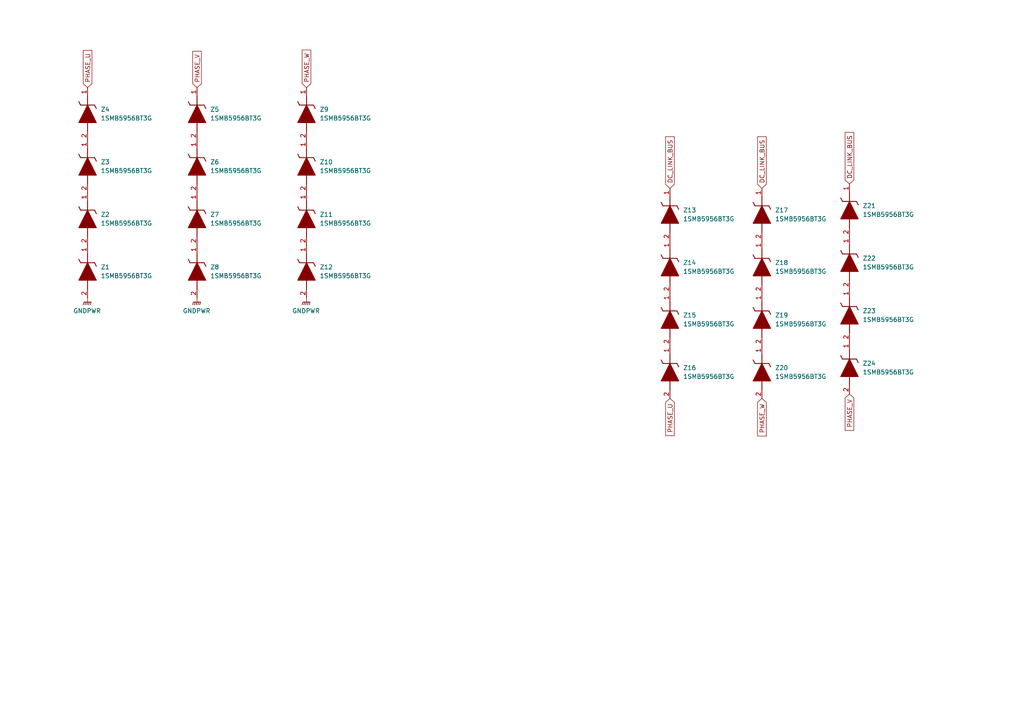
<source format=kicad_sch>
(kicad_sch (version 20250114) (generator "eeschema") (generator_version "9.0")
  (paper "A4")
  (lib_symbols
    (symbol "InverterCom:1SMB5956BT3G" (pin_names (hide yes))
      (property "Reference" "Z" (at 10.16 8.89 0))
      (property "Value" "1SMB5956BT3G" (at 10.16 6.35 0))
      (symbol "1SMB5956BT3G_1_1"
        (polyline (pts (xy 2.54 0) (xy 5.08 0)) (stroke (width 0.254)))
        (polyline (pts (xy 4.064 -2.54) (xy 5.08 -2.032)) (stroke (width 0.254)))
        (polyline (pts (xy 5.08 2.032) (xy 5.08 -2.032)) (stroke (width 0.254)))
        (polyline (pts (xy 5.08 2.032) (xy 6.096 2.54)) (stroke (width 0.254)))
        (polyline (pts (xy 5.08 0) (xy 10.16 2.54) (xy 10.16 -2.54) (xy 5.08 0)) (stroke (width 0.254)) (fill (type outline)))
        (polyline (pts (xy 12.7 0) (xy 10.16 0)) (stroke (width 0.254)))
        (pin passive line (at 0 0 0) (length 2.54) (name "K") (number "1"))
        (pin passive line (at 15.24 0 180) (length 2.54) (name "A") (number "2"))
      )
    )
    (symbol "power:GNDPWR" (power) (pin_numbers (hide yes)) (pin_names (offset 0) (hide yes))
      (property "Value" "GNDPWR" (at 0 -3.302 0))
      (symbol "GNDPWR_0_1"
        (polyline (pts (xy -1.016 -1.27) (xy -1.27 -2.032) (xy -1.27 -2.032)) (stroke (width 0.2032)))
        (polyline (pts (xy -0.508 -1.27) (xy -0.762 -2.032) (xy -0.762 -2.032)) (stroke (width 0.2032)))
        (polyline (pts (xy 0 -1.27) (xy 0 0)))
        (polyline (pts (xy 0 -1.27) (xy -0.254 -2.032) (xy -0.254 -2.032)) (stroke (width 0.2032)))
        (polyline (pts (xy 0.508 -1.27) (xy 0.254 -2.032) (xy 0.254 -2.032)) (stroke (width 0.2032)))
        (polyline (pts (xy 1.016 -1.27) (xy -1.016 -1.27) (xy -1.016 -1.27)) (stroke (width 0.2032)))
        (polyline (pts (xy 1.016 -1.27) (xy 0.762 -2.032) (xy 0.762 -2.032) (xy 0.762 -2.032)) (stroke (width 0.2032)))
      )
      (symbol "GNDPWR_1_1"
        (pin power_in line (at 0 0 270) (length 0) (name "~") (number "1"))
      )
    )
  )
  (global_label "PHASE_U" (shape input) (at 25.4 25.4 90) (property "Intersheetrefs" "${INTERSHEET_REFS}" (effects (hide yes))))
  (global_label "PHASE_W" (shape input) (at 220.98 115.57 270) (property "Intersheetrefs" "${INTERSHEET_REFS}" (effects (hide yes))))
  (global_label "PHASE_V" (shape input) (at 57.15 25.4 90) (property "Intersheetrefs" "${INTERSHEET_REFS}" (effects (hide yes))))
  (global_label "PHASE_U" (shape input) (at 194.31 115.57 270) (property "Intersheetrefs" "${INTERSHEET_REFS}" (effects (hide yes))))
  (global_label "DC_LINK_BUS" (shape input) (at 246.38 53.34 90) (property "Intersheetrefs" "${INTERSHEET_REFS}" (effects (hide yes))))
  (global_label "PHASE_V" (shape input) (at 246.38 114.3 270) (property "Intersheetrefs" "${INTERSHEET_REFS}" (effects (hide yes))))
  (global_label "DC_LINK_BUS" (shape input) (at 220.98 54.61 90) (property "Intersheetrefs" "${INTERSHEET_REFS}" (effects (hide yes))))
  (global_label "PHASE_W" (shape input) (at 88.9 25.4 90) (property "Intersheetrefs" "${INTERSHEET_REFS}" (effects (hide yes))))
  (global_label "DC_LINK_BUS" (shape input) (at 194.31 54.61 90) (property "Intersheetrefs" "${INTERSHEET_REFS}" (effects (hide yes))))
  (symbol (lib_id "InverterCom:1SMB5956BT3G") (at 194.31 69.85 270) (unit 1)
    (property "Reference" "Z14" (at 198.12 76.1999 90) (effects (justify left)))
    (property "Value" "1SMB5956BT3G" (at 198.12 78.7399 90) (effects (justify left)))
    (property "Footprint" "InverterCom:DIOM5436X247N" (effects (hide yes)))
    (property "Datasheet" "https://www.onsemi.com/pub/Collateral/1SMB5913BT3-D.PDF" (effects (hide yes)))
    (property "Description" "Zener Voltage Range - 3.3 V to 200 V; ESD Rating of Class 3 (>16 KV) per Human Body Model; Flat Handling Surface for Accurate Placement; Package Design for Top Side or Bottom Circuit Board Mounting Mechanical Characteristics:; CASE: Void-free, transfer-molded plastic; FINISH: All external surfaces are corrosion resistant with readily solderable leads; MAXIMUM CASE TEMPERATURE FOR SOLDERING PURPOSES: 260C for 10 seconds; LEADS: Modified L-Bend providing more contact area to bond pads; POLARITY: Cathode indi" (effects (hide yes)))
    (property "Height" "2.47" (effects (hide yes)))
    (property "Mouser Part Number" "863-1SMB5956BT3G" (effects (hide yes)))
    (property "Mouser Price/Stock" "https://www.mouser.co.uk/ProductDetail/onsemi/1SMB5956BT3G?qs=vLkC5FC1VN8ys0xTgSgReQ%3D%3D" (effects (hide yes)))
    (property "Manufacturer_Name" "onsemi" (effects (hide yes)))
    (property "Manufacturer_Part_Number" "1SMB5956BT3G" (effects (hide yes)))
  )
  (symbol (lib_id "InverterCom:1SMB5956BT3G") (at 25.4 71.12 270) (unit 1)
    (property "Reference" "Z1" (at 29.21 77.4699 90) (effects (justify left)))
    (property "Value" "1SMB5956BT3G" (at 29.21 80.0099 90) (effects (justify left)))
    (property "Footprint" "InverterCom:DIOM5436X247N" (effects (hide yes)))
    (property "Datasheet" "https://www.onsemi.com/pub/Collateral/1SMB5913BT3-D.PDF" (effects (hide yes)))
    (property "Description" "Zener Voltage Range - 3.3 V to 200 V; ESD Rating of Class 3 (>16 KV) per Human Body Model; Flat Handling Surface for Accurate Placement; Package Design for Top Side or Bottom Circuit Board Mounting Mechanical Characteristics:; CASE: Void-free, transfer-molded plastic; FINISH: All external surfaces are corrosion resistant with readily solderable leads; MAXIMUM CASE TEMPERATURE FOR SOLDERING PURPOSES: 260C for 10 seconds; LEADS: Modified L-Bend providing more contact area to bond pads; POLARITY: Cathode indi" (effects (hide yes)))
    (property "Height" "2.47" (effects (hide yes)))
    (property "Mouser Part Number" "863-1SMB5956BT3G" (effects (hide yes)))
    (property "Mouser Price/Stock" "https://www.mouser.co.uk/ProductDetail/onsemi/1SMB5956BT3G?qs=vLkC5FC1VN8ys0xTgSgReQ%3D%3D" (effects (hide yes)))
    (property "Manufacturer_Name" "onsemi" (effects (hide yes)))
    (property "Manufacturer_Part_Number" "1SMB5956BT3G" (effects (hide yes)))
  )
  (symbol (lib_id "InverterCom:1SMB5956BT3G") (at 25.4 40.64 270) (unit 1)
    (property "Reference" "Z3" (at 29.21 46.9899 90) (effects (justify left)))
    (property "Value" "1SMB5956BT3G" (at 29.21 49.5299 90) (effects (justify left)))
    (property "Footprint" "InverterCom:DIOM5436X247N" (effects (hide yes)))
    (property "Datasheet" "https://www.onsemi.com/pub/Collateral/1SMB5913BT3-D.PDF" (effects (hide yes)))
    (property "Description" "Zener Voltage Range - 3.3 V to 200 V; ESD Rating of Class 3 (>16 KV) per Human Body Model; Flat Handling Surface for Accurate Placement; Package Design for Top Side or Bottom Circuit Board Mounting Mechanical Characteristics:; CASE: Void-free, transfer-molded plastic; FINISH: All external surfaces are corrosion resistant with readily solderable leads; MAXIMUM CASE TEMPERATURE FOR SOLDERING PURPOSES: 260C for 10 seconds; LEADS: Modified L-Bend providing more contact area to bond pads; POLARITY: Cathode indi" (effects (hide yes)))
    (property "Height" "2.47" (effects (hide yes)))
    (property "Mouser Part Number" "863-1SMB5956BT3G" (effects (hide yes)))
    (property "Mouser Price/Stock" "https://www.mouser.co.uk/ProductDetail/onsemi/1SMB5956BT3G?qs=vLkC5FC1VN8ys0xTgSgReQ%3D%3D" (effects (hide yes)))
    (property "Manufacturer_Name" "onsemi" (effects (hide yes)))
    (property "Manufacturer_Part_Number" "1SMB5956BT3G" (effects (hide yes)))
  )
  (symbol (lib_id "InverterCom:1SMB5956BT3G") (at 220.98 54.61 270) (unit 1)
    (property "Reference" "Z17" (at 224.79 60.9599 90) (effects (justify left)))
    (property "Value" "1SMB5956BT3G" (at 224.79 63.4999 90) (effects (justify left)))
    (property "Footprint" "InverterCom:DIOM5436X247N" (effects (hide yes)))
    (property "Datasheet" "https://www.onsemi.com/pub/Collateral/1SMB5913BT3-D.PDF" (effects (hide yes)))
    (property "Description" "Zener Voltage Range - 3.3 V to 200 V; ESD Rating of Class 3 (>16 KV) per Human Body Model; Flat Handling Surface for Accurate Placement; Package Design for Top Side or Bottom Circuit Board Mounting Mechanical Characteristics:; CASE: Void-free, transfer-molded plastic; FINISH: All external surfaces are corrosion resistant with readily solderable leads; MAXIMUM CASE TEMPERATURE FOR SOLDERING PURPOSES: 260C for 10 seconds; LEADS: Modified L-Bend providing more contact area to bond pads; POLARITY: Cathode indi" (effects (hide yes)))
    (property "Height" "2.47" (effects (hide yes)))
    (property "Mouser Part Number" "863-1SMB5956BT3G" (effects (hide yes)))
    (property "Mouser Price/Stock" "https://www.mouser.co.uk/ProductDetail/onsemi/1SMB5956BT3G?qs=vLkC5FC1VN8ys0xTgSgReQ%3D%3D" (effects (hide yes)))
    (property "Manufacturer_Name" "onsemi" (effects (hide yes)))
    (property "Manufacturer_Part_Number" "1SMB5956BT3G" (effects (hide yes)))
  )
  (symbol (lib_id "InverterCom:1SMB5956BT3G") (at 88.9 25.4 270) (unit 1)
    (property "Reference" "Z9" (at 92.71 31.7499 90) (effects (justify left)))
    (property "Value" "1SMB5956BT3G" (at 92.71 34.2899 90) (effects (justify left)))
    (property "Footprint" "InverterCom:DIOM5436X247N" (effects (hide yes)))
    (property "Datasheet" "https://www.onsemi.com/pub/Collateral/1SMB5913BT3-D.PDF" (effects (hide yes)))
    (property "Description" "Zener Voltage Range - 3.3 V to 200 V; ESD Rating of Class 3 (>16 KV) per Human Body Model; Flat Handling Surface for Accurate Placement; Package Design for Top Side or Bottom Circuit Board Mounting Mechanical Characteristics:; CASE: Void-free, transfer-molded plastic; FINISH: All external surfaces are corrosion resistant with readily solderable leads; MAXIMUM CASE TEMPERATURE FOR SOLDERING PURPOSES: 260C for 10 seconds; LEADS: Modified L-Bend providing more contact area to bond pads; POLARITY: Cathode indi" (effects (hide yes)))
    (property "Height" "2.47" (effects (hide yes)))
    (property "Mouser Part Number" "863-1SMB5956BT3G" (effects (hide yes)))
    (property "Mouser Price/Stock" "https://www.mouser.co.uk/ProductDetail/onsemi/1SMB5956BT3G?qs=vLkC5FC1VN8ys0xTgSgReQ%3D%3D" (effects (hide yes)))
    (property "Manufacturer_Name" "onsemi" (effects (hide yes)))
    (property "Manufacturer_Part_Number" "1SMB5956BT3G" (effects (hide yes)))
  )
  (symbol (lib_id "InverterCom:1SMB5956BT3G") (at 57.15 40.64 270) (unit 1)
    (property "Reference" "Z6" (at 60.96 46.9899 90) (effects (justify left)))
    (property "Value" "1SMB5956BT3G" (at 60.96 49.5299 90) (effects (justify left)))
    (property "Footprint" "InverterCom:DIOM5436X247N" (effects (hide yes)))
    (property "Datasheet" "https://www.onsemi.com/pub/Collateral/1SMB5913BT3-D.PDF" (effects (hide yes)))
    (property "Description" "Zener Voltage Range - 3.3 V to 200 V; ESD Rating of Class 3 (>16 KV) per Human Body Model; Flat Handling Surface for Accurate Placement; Package Design for Top Side or Bottom Circuit Board Mounting Mechanical Characteristics:; CASE: Void-free, transfer-molded plastic; FINISH: All external surfaces are corrosion resistant with readily solderable leads; MAXIMUM CASE TEMPERATURE FOR SOLDERING PURPOSES: 260C for 10 seconds; LEADS: Modified L-Bend providing more contact area to bond pads; POLARITY: Cathode indi" (effects (hide yes)))
    (property "Height" "2.47" (effects (hide yes)))
    (property "Mouser Part Number" "863-1SMB5956BT3G" (effects (hide yes)))
    (property "Mouser Price/Stock" "https://www.mouser.co.uk/ProductDetail/onsemi/1SMB5956BT3G?qs=vLkC5FC1VN8ys0xTgSgReQ%3D%3D" (effects (hide yes)))
    (property "Manufacturer_Name" "onsemi" (effects (hide yes)))
    (property "Manufacturer_Part_Number" "1SMB5956BT3G" (effects (hide yes)))
  )
  (symbol (lib_id "power:GNDPWR") (at 57.15 86.36 0) (unit 1)
    (property "Reference" "#PWR076" (effects (hide yes)))
    (property "Value" "GNDPWR" (at 57.023 90.17 0))
    (property "Description" "Power symbol creates a global label with name \"GNDPWR\" , global ground" (effects (hide yes)))
  )
  (symbol (lib_id "InverterCom:1SMB5956BT3G") (at 220.98 69.85 270) (unit 1)
    (property "Reference" "Z18" (at 224.79 76.1999 90) (effects (justify left)))
    (property "Value" "1SMB5956BT3G" (at 224.79 78.7399 90) (effects (justify left)))
    (property "Footprint" "InverterCom:DIOM5436X247N" (effects (hide yes)))
    (property "Datasheet" "https://www.onsemi.com/pub/Collateral/1SMB5913BT3-D.PDF" (effects (hide yes)))
    (property "Description" "Zener Voltage Range - 3.3 V to 200 V; ESD Rating of Class 3 (>16 KV) per Human Body Model; Flat Handling Surface for Accurate Placement; Package Design for Top Side or Bottom Circuit Board Mounting Mechanical Characteristics:; CASE: Void-free, transfer-molded plastic; FINISH: All external surfaces are corrosion resistant with readily solderable leads; MAXIMUM CASE TEMPERATURE FOR SOLDERING PURPOSES: 260C for 10 seconds; LEADS: Modified L-Bend providing more contact area to bond pads; POLARITY: Cathode indi" (effects (hide yes)))
    (property "Height" "2.47" (effects (hide yes)))
    (property "Mouser Part Number" "863-1SMB5956BT3G" (effects (hide yes)))
    (property "Mouser Price/Stock" "https://www.mouser.co.uk/ProductDetail/onsemi/1SMB5956BT3G?qs=vLkC5FC1VN8ys0xTgSgReQ%3D%3D" (effects (hide yes)))
    (property "Manufacturer_Name" "onsemi" (effects (hide yes)))
    (property "Manufacturer_Part_Number" "1SMB5956BT3G" (effects (hide yes)))
  )
  (symbol (lib_id "InverterCom:1SMB5956BT3G") (at 25.4 25.4 270) (unit 1)
    (property "Reference" "Z4" (at 29.21 31.7499 90) (effects (justify left)))
    (property "Value" "1SMB5956BT3G" (at 29.21 34.2899 90) (effects (justify left)))
    (property "Footprint" "InverterCom:DIOM5436X247N" (effects (hide yes)))
    (property "Datasheet" "https://www.onsemi.com/pub/Collateral/1SMB5913BT3-D.PDF" (effects (hide yes)))
    (property "Description" "Zener Voltage Range - 3.3 V to 200 V; ESD Rating of Class 3 (>16 KV) per Human Body Model; Flat Handling Surface for Accurate Placement; Package Design for Top Side or Bottom Circuit Board Mounting Mechanical Characteristics:; CASE: Void-free, transfer-molded plastic; FINISH: All external surfaces are corrosion resistant with readily solderable leads; MAXIMUM CASE TEMPERATURE FOR SOLDERING PURPOSES: 260C for 10 seconds; LEADS: Modified L-Bend providing more contact area to bond pads; POLARITY: Cathode indi" (effects (hide yes)))
    (property "Height" "2.47" (effects (hide yes)))
    (property "Mouser Part Number" "863-1SMB5956BT3G" (effects (hide yes)))
    (property "Mouser Price/Stock" "https://www.mouser.co.uk/ProductDetail/onsemi/1SMB5956BT3G?qs=vLkC5FC1VN8ys0xTgSgReQ%3D%3D" (effects (hide yes)))
    (property "Manufacturer_Name" "onsemi" (effects (hide yes)))
    (property "Manufacturer_Part_Number" "1SMB5956BT3G" (effects (hide yes)))
  )
  (symbol (lib_id "InverterCom:1SMB5956BT3G") (at 57.15 55.88 270) (unit 1)
    (property "Reference" "Z7" (at 60.96 62.2299 90) (effects (justify left)))
    (property "Value" "1SMB5956BT3G" (at 60.96 64.7699 90) (effects (justify left)))
    (property "Footprint" "InverterCom:DIOM5436X247N" (effects (hide yes)))
    (property "Datasheet" "https://www.onsemi.com/pub/Collateral/1SMB5913BT3-D.PDF" (effects (hide yes)))
    (property "Description" "Zener Voltage Range - 3.3 V to 200 V; ESD Rating of Class 3 (>16 KV) per Human Body Model; Flat Handling Surface for Accurate Placement; Package Design for Top Side or Bottom Circuit Board Mounting Mechanical Characteristics:; CASE: Void-free, transfer-molded plastic; FINISH: All external surfaces are corrosion resistant with readily solderable leads; MAXIMUM CASE TEMPERATURE FOR SOLDERING PURPOSES: 260C for 10 seconds; LEADS: Modified L-Bend providing more contact area to bond pads; POLARITY: Cathode indi" (effects (hide yes)))
    (property "Height" "2.47" (effects (hide yes)))
    (property "Mouser Part Number" "863-1SMB5956BT3G" (effects (hide yes)))
    (property "Mouser Price/Stock" "https://www.mouser.co.uk/ProductDetail/onsemi/1SMB5956BT3G?qs=vLkC5FC1VN8ys0xTgSgReQ%3D%3D" (effects (hide yes)))
    (property "Manufacturer_Name" "onsemi" (effects (hide yes)))
    (property "Manufacturer_Part_Number" "1SMB5956BT3G" (effects (hide yes)))
  )
  (symbol (lib_id "InverterCom:1SMB5956BT3G") (at 25.4 55.88 270) (unit 1)
    (property "Reference" "Z2" (at 29.21 62.2299 90) (effects (justify left)))
    (property "Value" "1SMB5956BT3G" (at 29.21 64.7699 90) (effects (justify left)))
    (property "Footprint" "InverterCom:DIOM5436X247N" (effects (hide yes)))
    (property "Datasheet" "https://www.onsemi.com/pub/Collateral/1SMB5913BT3-D.PDF" (effects (hide yes)))
    (property "Description" "Zener Voltage Range - 3.3 V to 200 V; ESD Rating of Class 3 (>16 KV) per Human Body Model; Flat Handling Surface for Accurate Placement; Package Design for Top Side or Bottom Circuit Board Mounting Mechanical Characteristics:; CASE: Void-free, transfer-molded plastic; FINISH: All external surfaces are corrosion resistant with readily solderable leads; MAXIMUM CASE TEMPERATURE FOR SOLDERING PURPOSES: 260C for 10 seconds; LEADS: Modified L-Bend providing more contact area to bond pads; POLARITY: Cathode indi" (effects (hide yes)))
    (property "Height" "2.47" (effects (hide yes)))
    (property "Mouser Part Number" "863-1SMB5956BT3G" (effects (hide yes)))
    (property "Mouser Price/Stock" "https://www.mouser.co.uk/ProductDetail/onsemi/1SMB5956BT3G?qs=vLkC5FC1VN8ys0xTgSgReQ%3D%3D" (effects (hide yes)))
    (property "Manufacturer_Name" "onsemi" (effects (hide yes)))
    (property "Manufacturer_Part_Number" "1SMB5956BT3G" (effects (hide yes)))
  )
  (symbol (lib_id "InverterCom:1SMB5956BT3G") (at 88.9 40.64 270) (unit 1)
    (property "Reference" "Z10" (at 92.71 46.9899 90) (effects (justify left)))
    (property "Value" "1SMB5956BT3G" (at 92.71 49.5299 90) (effects (justify left)))
    (property "Footprint" "InverterCom:DIOM5436X247N" (effects (hide yes)))
    (property "Datasheet" "https://www.onsemi.com/pub/Collateral/1SMB5913BT3-D.PDF" (effects (hide yes)))
    (property "Description" "Zener Voltage Range - 3.3 V to 200 V; ESD Rating of Class 3 (>16 KV) per Human Body Model; Flat Handling Surface for Accurate Placement; Package Design for Top Side or Bottom Circuit Board Mounting Mechanical Characteristics:; CASE: Void-free, transfer-molded plastic; FINISH: All external surfaces are corrosion resistant with readily solderable leads; MAXIMUM CASE TEMPERATURE FOR SOLDERING PURPOSES: 260C for 10 seconds; LEADS: Modified L-Bend providing more contact area to bond pads; POLARITY: Cathode indi" (effects (hide yes)))
    (property "Height" "2.47" (effects (hide yes)))
    (property "Mouser Part Number" "863-1SMB5956BT3G" (effects (hide yes)))
    (property "Mouser Price/Stock" "https://www.mouser.co.uk/ProductDetail/onsemi/1SMB5956BT3G?qs=vLkC5FC1VN8ys0xTgSgReQ%3D%3D" (effects (hide yes)))
    (property "Manufacturer_Name" "onsemi" (effects (hide yes)))
    (property "Manufacturer_Part_Number" "1SMB5956BT3G" (effects (hide yes)))
  )
  (symbol (lib_id "InverterCom:1SMB5956BT3G") (at 220.98 85.09 270) (unit 1)
    (property "Reference" "Z19" (at 224.79 91.4399 90) (effects (justify left)))
    (property "Value" "1SMB5956BT3G" (at 224.79 93.9799 90) (effects (justify left)))
    (property "Footprint" "InverterCom:DIOM5436X247N" (effects (hide yes)))
    (property "Datasheet" "https://www.onsemi.com/pub/Collateral/1SMB5913BT3-D.PDF" (effects (hide yes)))
    (property "Description" "Zener Voltage Range - 3.3 V to 200 V; ESD Rating of Class 3 (>16 KV) per Human Body Model; Flat Handling Surface for Accurate Placement; Package Design for Top Side or Bottom Circuit Board Mounting Mechanical Characteristics:; CASE: Void-free, transfer-molded plastic; FINISH: All external surfaces are corrosion resistant with readily solderable leads; MAXIMUM CASE TEMPERATURE FOR SOLDERING PURPOSES: 260C for 10 seconds; LEADS: Modified L-Bend providing more contact area to bond pads; POLARITY: Cathode indi" (effects (hide yes)))
    (property "Height" "2.47" (effects (hide yes)))
    (property "Mouser Part Number" "863-1SMB5956BT3G" (effects (hide yes)))
    (property "Mouser Price/Stock" "https://www.mouser.co.uk/ProductDetail/onsemi/1SMB5956BT3G?qs=vLkC5FC1VN8ys0xTgSgReQ%3D%3D" (effects (hide yes)))
    (property "Manufacturer_Name" "onsemi" (effects (hide yes)))
    (property "Manufacturer_Part_Number" "1SMB5956BT3G" (effects (hide yes)))
  )
  (symbol (lib_id "InverterCom:1SMB5956BT3G") (at 246.38 83.82 270) (unit 1)
    (property "Reference" "Z23" (at 250.19 90.1699 90) (effects (justify left)))
    (property "Value" "1SMB5956BT3G" (at 250.19 92.7099 90) (effects (justify left)))
    (property "Footprint" "InverterCom:DIOM5436X247N" (effects (hide yes)))
    (property "Datasheet" "https://www.onsemi.com/pub/Collateral/1SMB5913BT3-D.PDF" (effects (hide yes)))
    (property "Description" "Zener Voltage Range - 3.3 V to 200 V; ESD Rating of Class 3 (>16 KV) per Human Body Model; Flat Handling Surface for Accurate Placement; Package Design for Top Side or Bottom Circuit Board Mounting Mechanical Characteristics:; CASE: Void-free, transfer-molded plastic; FINISH: All external surfaces are corrosion resistant with readily solderable leads; MAXIMUM CASE TEMPERATURE FOR SOLDERING PURPOSES: 260C for 10 seconds; LEADS: Modified L-Bend providing more contact area to bond pads; POLARITY: Cathode indi" (effects (hide yes)))
    (property "Height" "2.47" (effects (hide yes)))
    (property "Mouser Part Number" "863-1SMB5956BT3G" (effects (hide yes)))
    (property "Mouser Price/Stock" "https://www.mouser.co.uk/ProductDetail/onsemi/1SMB5956BT3G?qs=vLkC5FC1VN8ys0xTgSgReQ%3D%3D" (effects (hide yes)))
    (property "Manufacturer_Name" "onsemi" (effects (hide yes)))
    (property "Manufacturer_Part_Number" "1SMB5956BT3G" (effects (hide yes)))
  )
  (symbol (lib_id "InverterCom:1SMB5956BT3G") (at 57.15 71.12 270) (unit 1)
    (property "Reference" "Z8" (at 60.96 77.4699 90) (effects (justify left)))
    (property "Value" "1SMB5956BT3G" (at 60.96 80.0099 90) (effects (justify left)))
    (property "Footprint" "InverterCom:DIOM5436X247N" (effects (hide yes)))
    (property "Datasheet" "https://www.onsemi.com/pub/Collateral/1SMB5913BT3-D.PDF" (effects (hide yes)))
    (property "Description" "Zener Voltage Range - 3.3 V to 200 V; ESD Rating of Class 3 (>16 KV) per Human Body Model; Flat Handling Surface for Accurate Placement; Package Design for Top Side or Bottom Circuit Board Mounting Mechanical Characteristics:; CASE: Void-free, transfer-molded plastic; FINISH: All external surfaces are corrosion resistant with readily solderable leads; MAXIMUM CASE TEMPERATURE FOR SOLDERING PURPOSES: 260C for 10 seconds; LEADS: Modified L-Bend providing more contact area to bond pads; POLARITY: Cathode indi" (effects (hide yes)))
    (property "Height" "2.47" (effects (hide yes)))
    (property "Mouser Part Number" "863-1SMB5956BT3G" (effects (hide yes)))
    (property "Mouser Price/Stock" "https://www.mouser.co.uk/ProductDetail/onsemi/1SMB5956BT3G?qs=vLkC5FC1VN8ys0xTgSgReQ%3D%3D" (effects (hide yes)))
    (property "Manufacturer_Name" "onsemi" (effects (hide yes)))
    (property "Manufacturer_Part_Number" "1SMB5956BT3G" (effects (hide yes)))
  )
  (symbol (lib_id "power:GNDPWR") (at 25.4 86.36 0) (unit 1)
    (property "Reference" "#PWR075" (effects (hide yes)))
    (property "Value" "GNDPWR" (at 25.273 90.17 0))
    (property "Description" "Power symbol creates a global label with name \"GNDPWR\" , global ground" (effects (hide yes)))
  )
  (symbol (lib_id "InverterCom:1SMB5956BT3G") (at 246.38 99.06 270) (unit 1)
    (property "Reference" "Z24" (at 250.19 105.4099 90) (effects (justify left)))
    (property "Value" "1SMB5956BT3G" (at 250.19 107.9499 90) (effects (justify left)))
    (property "Footprint" "InverterCom:DIOM5436X247N" (effects (hide yes)))
    (property "Datasheet" "https://www.onsemi.com/pub/Collateral/1SMB5913BT3-D.PDF" (effects (hide yes)))
    (property "Description" "Zener Voltage Range - 3.3 V to 200 V; ESD Rating of Class 3 (>16 KV) per Human Body Model; Flat Handling Surface for Accurate Placement; Package Design for Top Side or Bottom Circuit Board Mounting Mechanical Characteristics:; CASE: Void-free, transfer-molded plastic; FINISH: All external surfaces are corrosion resistant with readily solderable leads; MAXIMUM CASE TEMPERATURE FOR SOLDERING PURPOSES: 260C for 10 seconds; LEADS: Modified L-Bend providing more contact area to bond pads; POLARITY: Cathode indi" (effects (hide yes)))
    (property "Height" "2.47" (effects (hide yes)))
    (property "Mouser Part Number" "863-1SMB5956BT3G" (effects (hide yes)))
    (property "Mouser Price/Stock" "https://www.mouser.co.uk/ProductDetail/onsemi/1SMB5956BT3G?qs=vLkC5FC1VN8ys0xTgSgReQ%3D%3D" (effects (hide yes)))
    (property "Manufacturer_Name" "onsemi" (effects (hide yes)))
    (property "Manufacturer_Part_Number" "1SMB5956BT3G" (effects (hide yes)))
  )
  (symbol (lib_id "InverterCom:1SMB5956BT3G") (at 246.38 53.34 270) (unit 1)
    (property "Reference" "Z21" (at 250.19 59.6899 90) (effects (justify left)))
    (property "Value" "1SMB5956BT3G" (at 250.19 62.2299 90) (effects (justify left)))
    (property "Footprint" "InverterCom:DIOM5436X247N" (effects (hide yes)))
    (property "Datasheet" "https://www.onsemi.com/pub/Collateral/1SMB5913BT3-D.PDF" (effects (hide yes)))
    (property "Description" "Zener Voltage Range - 3.3 V to 200 V; ESD Rating of Class 3 (>16 KV) per Human Body Model; Flat Handling Surface for Accurate Placement; Package Design for Top Side or Bottom Circuit Board Mounting Mechanical Characteristics:; CASE: Void-free, transfer-molded plastic; FINISH: All external surfaces are corrosion resistant with readily solderable leads; MAXIMUM CASE TEMPERATURE FOR SOLDERING PURPOSES: 260C for 10 seconds; LEADS: Modified L-Bend providing more contact area to bond pads; POLARITY: Cathode indi" (effects (hide yes)))
    (property "Height" "2.47" (effects (hide yes)))
    (property "Mouser Part Number" "863-1SMB5956BT3G" (effects (hide yes)))
    (property "Mouser Price/Stock" "https://www.mouser.co.uk/ProductDetail/onsemi/1SMB5956BT3G?qs=vLkC5FC1VN8ys0xTgSgReQ%3D%3D" (effects (hide yes)))
    (property "Manufacturer_Name" "onsemi" (effects (hide yes)))
    (property "Manufacturer_Part_Number" "1SMB5956BT3G" (effects (hide yes)))
  )
  (symbol (lib_id "InverterCom:1SMB5956BT3G") (at 220.98 100.33 270) (unit 1)
    (property "Reference" "Z20" (at 224.79 106.6799 90) (effects (justify left)))
    (property "Value" "1SMB5956BT3G" (at 224.79 109.2199 90) (effects (justify left)))
    (property "Footprint" "InverterCom:DIOM5436X247N" (effects (hide yes)))
    (property "Datasheet" "https://www.onsemi.com/pub/Collateral/1SMB5913BT3-D.PDF" (effects (hide yes)))
    (property "Description" "Zener Voltage Range - 3.3 V to 200 V; ESD Rating of Class 3 (>16 KV) per Human Body Model; Flat Handling Surface for Accurate Placement; Package Design for Top Side or Bottom Circuit Board Mounting Mechanical Characteristics:; CASE: Void-free, transfer-molded plastic; FINISH: All external surfaces are corrosion resistant with readily solderable leads; MAXIMUM CASE TEMPERATURE FOR SOLDERING PURPOSES: 260C for 10 seconds; LEADS: Modified L-Bend providing more contact area to bond pads; POLARITY: Cathode indi" (effects (hide yes)))
    (property "Height" "2.47" (effects (hide yes)))
    (property "Mouser Part Number" "863-1SMB5956BT3G" (effects (hide yes)))
    (property "Mouser Price/Stock" "https://www.mouser.co.uk/ProductDetail/onsemi/1SMB5956BT3G?qs=vLkC5FC1VN8ys0xTgSgReQ%3D%3D" (effects (hide yes)))
    (property "Manufacturer_Name" "onsemi" (effects (hide yes)))
    (property "Manufacturer_Part_Number" "1SMB5956BT3G" (effects (hide yes)))
  )
  (symbol (lib_id "InverterCom:1SMB5956BT3G") (at 88.9 71.12 270) (unit 1)
    (property "Reference" "Z12" (at 92.71 77.4699 90) (effects (justify left)))
    (property "Value" "1SMB5956BT3G" (at 92.71 80.0099 90) (effects (justify left)))
    (property "Footprint" "InverterCom:DIOM5436X247N" (effects (hide yes)))
    (property "Datasheet" "https://www.onsemi.com/pub/Collateral/1SMB5913BT3-D.PDF" (effects (hide yes)))
    (property "Description" "Zener Voltage Range - 3.3 V to 200 V; ESD Rating of Class 3 (>16 KV) per Human Body Model; Flat Handling Surface for Accurate Placement; Package Design for Top Side or Bottom Circuit Board Mounting Mechanical Characteristics:; CASE: Void-free, transfer-molded plastic; FINISH: All external surfaces are corrosion resistant with readily solderable leads; MAXIMUM CASE TEMPERATURE FOR SOLDERING PURPOSES: 260C for 10 seconds; LEADS: Modified L-Bend providing more contact area to bond pads; POLARITY: Cathode indi" (effects (hide yes)))
    (property "Height" "2.47" (effects (hide yes)))
    (property "Mouser Part Number" "863-1SMB5956BT3G" (effects (hide yes)))
    (property "Mouser Price/Stock" "https://www.mouser.co.uk/ProductDetail/onsemi/1SMB5956BT3G?qs=vLkC5FC1VN8ys0xTgSgReQ%3D%3D" (effects (hide yes)))
    (property "Manufacturer_Name" "onsemi" (effects (hide yes)))
    (property "Manufacturer_Part_Number" "1SMB5956BT3G" (effects (hide yes)))
  )
  (symbol (lib_id "InverterCom:1SMB5956BT3G") (at 57.15 25.4 270) (unit 1)
    (property "Reference" "Z5" (at 60.96 31.7499 90) (effects (justify left)))
    (property "Value" "1SMB5956BT3G" (at 60.96 34.2899 90) (effects (justify left)))
    (property "Footprint" "InverterCom:DIOM5436X247N" (effects (hide yes)))
    (property "Datasheet" "https://www.onsemi.com/pub/Collateral/1SMB5913BT3-D.PDF" (effects (hide yes)))
    (property "Description" "Zener Voltage Range - 3.3 V to 200 V; ESD Rating of Class 3 (>16 KV) per Human Body Model; Flat Handling Surface for Accurate Placement; Package Design for Top Side or Bottom Circuit Board Mounting Mechanical Characteristics:; CASE: Void-free, transfer-molded plastic; FINISH: All external surfaces are corrosion resistant with readily solderable leads; MAXIMUM CASE TEMPERATURE FOR SOLDERING PURPOSES: 260C for 10 seconds; LEADS: Modified L-Bend providing more contact area to bond pads; POLARITY: Cathode indi" (effects (hide yes)))
    (property "Height" "2.47" (effects (hide yes)))
    (property "Mouser Part Number" "863-1SMB5956BT3G" (effects (hide yes)))
    (property "Mouser Price/Stock" "https://www.mouser.co.uk/ProductDetail/onsemi/1SMB5956BT3G?qs=vLkC5FC1VN8ys0xTgSgReQ%3D%3D" (effects (hide yes)))
    (property "Manufacturer_Name" "onsemi" (effects (hide yes)))
    (property "Manufacturer_Part_Number" "1SMB5956BT3G" (effects (hide yes)))
  )
  (symbol (lib_id "InverterCom:1SMB5956BT3G") (at 194.31 54.61 270) (unit 1)
    (property "Reference" "Z13" (at 198.12 60.9599 90) (effects (justify left)))
    (property "Value" "1SMB5956BT3G" (at 198.12 63.4999 90) (effects (justify left)))
    (property "Footprint" "InverterCom:DIOM5436X247N" (effects (hide yes)))
    (property "Datasheet" "https://www.onsemi.com/pub/Collateral/1SMB5913BT3-D.PDF" (effects (hide yes)))
    (property "Description" "Zener Voltage Range - 3.3 V to 200 V; ESD Rating of Class 3 (>16 KV) per Human Body Model; Flat Handling Surface for Accurate Placement; Package Design for Top Side or Bottom Circuit Board Mounting Mechanical Characteristics:; CASE: Void-free, transfer-molded plastic; FINISH: All external surfaces are corrosion resistant with readily solderable leads; MAXIMUM CASE TEMPERATURE FOR SOLDERING PURPOSES: 260C for 10 seconds; LEADS: Modified L-Bend providing more contact area to bond pads; POLARITY: Cathode indi" (effects (hide yes)))
    (property "Height" "2.47" (effects (hide yes)))
    (property "Mouser Part Number" "863-1SMB5956BT3G" (effects (hide yes)))
    (property "Mouser Price/Stock" "https://www.mouser.co.uk/ProductDetail/onsemi/1SMB5956BT3G?qs=vLkC5FC1VN8ys0xTgSgReQ%3D%3D" (effects (hide yes)))
    (property "Manufacturer_Name" "onsemi" (effects (hide yes)))
    (property "Manufacturer_Part_Number" "1SMB5956BT3G" (effects (hide yes)))
  )
  (symbol (lib_id "power:GNDPWR") (at 88.9 86.36 0) (unit 1)
    (property "Reference" "#PWR077" (effects (hide yes)))
    (property "Value" "GNDPWR" (at 88.773 90.17 0))
    (property "Description" "Power symbol creates a global label with name \"GNDPWR\" , global ground" (effects (hide yes)))
  )
  (symbol (lib_id "InverterCom:1SMB5956BT3G") (at 88.9 55.88 270) (unit 1)
    (property "Reference" "Z11" (at 92.71 62.2299 90) (effects (justify left)))
    (property "Value" "1SMB5956BT3G" (at 92.71 64.7699 90) (effects (justify left)))
    (property "Footprint" "InverterCom:DIOM5436X247N" (effects (hide yes)))
    (property "Datasheet" "https://www.onsemi.com/pub/Collateral/1SMB5913BT3-D.PDF" (effects (hide yes)))
    (property "Description" "Zener Voltage Range - 3.3 V to 200 V; ESD Rating of Class 3 (>16 KV) per Human Body Model; Flat Handling Surface for Accurate Placement; Package Design for Top Side or Bottom Circuit Board Mounting Mechanical Characteristics:; CASE: Void-free, transfer-molded plastic; FINISH: All external surfaces are corrosion resistant with readily solderable leads; MAXIMUM CASE TEMPERATURE FOR SOLDERING PURPOSES: 260C for 10 seconds; LEADS: Modified L-Bend providing more contact area to bond pads; POLARITY: Cathode indi" (effects (hide yes)))
    (property "Height" "2.47" (effects (hide yes)))
    (property "Mouser Part Number" "863-1SMB5956BT3G" (effects (hide yes)))
    (property "Mouser Price/Stock" "https://www.mouser.co.uk/ProductDetail/onsemi/1SMB5956BT3G?qs=vLkC5FC1VN8ys0xTgSgReQ%3D%3D" (effects (hide yes)))
    (property "Manufacturer_Name" "onsemi" (effects (hide yes)))
    (property "Manufacturer_Part_Number" "1SMB5956BT3G" (effects (hide yes)))
  )
  (symbol (lib_id "InverterCom:1SMB5956BT3G") (at 194.31 100.33 270) (unit 1)
    (property "Reference" "Z16" (at 198.12 106.6799 90) (effects (justify left)))
    (property "Value" "1SMB5956BT3G" (at 198.12 109.2199 90) (effects (justify left)))
    (property "Footprint" "InverterCom:DIOM5436X247N" (effects (hide yes)))
    (property "Datasheet" "https://www.onsemi.com/pub/Collateral/1SMB5913BT3-D.PDF" (effects (hide yes)))
    (property "Description" "Zener Voltage Range - 3.3 V to 200 V; ESD Rating of Class 3 (>16 KV) per Human Body Model; Flat Handling Surface for Accurate Placement; Package Design for Top Side or Bottom Circuit Board Mounting Mechanical Characteristics:; CASE: Void-free, transfer-molded plastic; FINISH: All external surfaces are corrosion resistant with readily solderable leads; MAXIMUM CASE TEMPERATURE FOR SOLDERING PURPOSES: 260C for 10 seconds; LEADS: Modified L-Bend providing more contact area to bond pads; POLARITY: Cathode indi" (effects (hide yes)))
    (property "Height" "2.47" (effects (hide yes)))
    (property "Mouser Part Number" "863-1SMB5956BT3G" (effects (hide yes)))
    (property "Mouser Price/Stock" "https://www.mouser.co.uk/ProductDetail/onsemi/1SMB5956BT3G?qs=vLkC5FC1VN8ys0xTgSgReQ%3D%3D" (effects (hide yes)))
    (property "Manufacturer_Name" "onsemi" (effects (hide yes)))
    (property "Manufacturer_Part_Number" "1SMB5956BT3G" (effects (hide yes)))
  )
  (symbol (lib_id "InverterCom:1SMB5956BT3G") (at 246.38 68.58 270) (unit 1)
    (property "Reference" "Z22" (at 250.19 74.9299 90) (effects (justify left)))
    (property "Value" "1SMB5956BT3G" (at 250.19 77.4699 90) (effects (justify left)))
    (property "Footprint" "InverterCom:DIOM5436X247N" (effects (hide yes)))
    (property "Datasheet" "https://www.onsemi.com/pub/Collateral/1SMB5913BT3-D.PDF" (effects (hide yes)))
    (property "Description" "Zener Voltage Range - 3.3 V to 200 V; ESD Rating of Class 3 (>16 KV) per Human Body Model; Flat Handling Surface for Accurate Placement; Package Design for Top Side or Bottom Circuit Board Mounting Mechanical Characteristics:; CASE: Void-free, transfer-molded plastic; FINISH: All external surfaces are corrosion resistant with readily solderable leads; MAXIMUM CASE TEMPERATURE FOR SOLDERING PURPOSES: 260C for 10 seconds; LEADS: Modified L-Bend providing more contact area to bond pads; POLARITY: Cathode indi" (effects (hide yes)))
    (property "Height" "2.47" (effects (hide yes)))
    (property "Mouser Part Number" "863-1SMB5956BT3G" (effects (hide yes)))
    (property "Mouser Price/Stock" "https://www.mouser.co.uk/ProductDetail/onsemi/1SMB5956BT3G?qs=vLkC5FC1VN8ys0xTgSgReQ%3D%3D" (effects (hide yes)))
    (property "Manufacturer_Name" "onsemi" (effects (hide yes)))
    (property "Manufacturer_Part_Number" "1SMB5956BT3G" (effects (hide yes)))
  )
  (symbol (lib_id "InverterCom:1SMB5956BT3G") (at 194.31 85.09 270) (unit 1)
    (property "Reference" "Z15" (at 198.12 91.4399 90) (effects (justify left)))
    (property "Value" "1SMB5956BT3G" (at 198.12 93.9799 90) (effects (justify left)))
    (property "Footprint" "InverterCom:DIOM5436X247N" (effects (hide yes)))
    (property "Datasheet" "https://www.onsemi.com/pub/Collateral/1SMB5913BT3-D.PDF" (effects (hide yes)))
    (property "Description" "Zener Voltage Range - 3.3 V to 200 V; ESD Rating of Class 3 (>16 KV) per Human Body Model; Flat Handling Surface for Accurate Placement; Package Design for Top Side or Bottom Circuit Board Mounting Mechanical Characteristics:; CASE: Void-free, transfer-molded plastic; FINISH: All external surfaces are corrosion resistant with readily solderable leads; MAXIMUM CASE TEMPERATURE FOR SOLDERING PURPOSES: 260C for 10 seconds; LEADS: Modified L-Bend providing more contact area to bond pads; POLARITY: Cathode indi" (effects (hide yes)))
    (property "Height" "2.47" (effects (hide yes)))
    (property "Mouser Part Number" "863-1SMB5956BT3G" (effects (hide yes)))
    (property "Mouser Price/Stock" "https://www.mouser.co.uk/ProductDetail/onsemi/1SMB5956BT3G?qs=vLkC5FC1VN8ys0xTgSgReQ%3D%3D" (effects (hide yes)))
    (property "Manufacturer_Name" "onsemi" (effects (hide yes)))
    (property "Manufacturer_Part_Number" "1SMB5956BT3G" (effects (hide yes)))
  )
)
</source>
